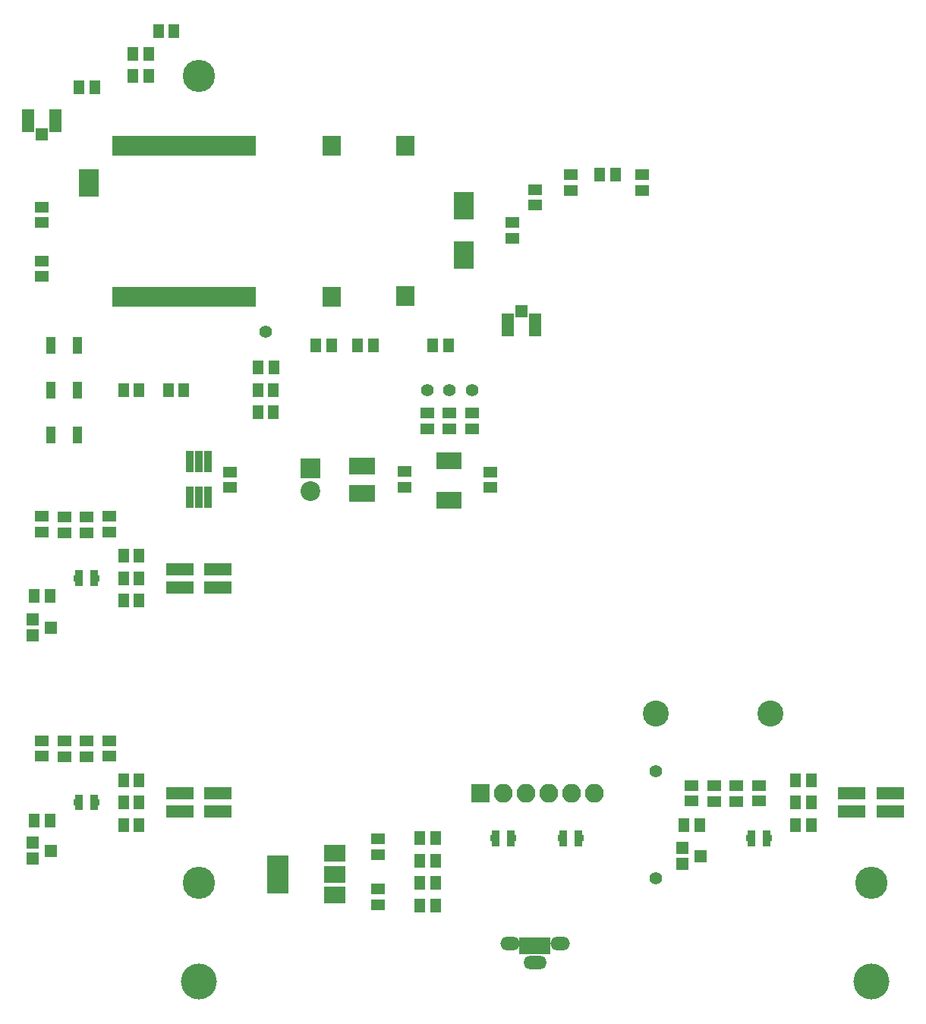
<source format=gbr>
G04 #@! TF.FileFunction,Soldermask,Top*
%FSLAX46Y46*%
G04 Gerber Fmt 4.6, Leading zero omitted, Abs format (unit mm)*
G04 Created by KiCad (PCBNEW 4.0.7-e2-6376~61~ubuntu18.04.1) date Tue Jul  3 09:25:50 2018*
%MOMM*%
%LPD*%
G01*
G04 APERTURE LIST*
%ADD10C,0.100000*%
%ADD11C,2.900000*%
%ADD12R,1.543000X1.200000*%
%ADD13R,1.200000X1.543000*%
%ADD14R,0.900000X0.775000*%
%ADD15R,1.050000X0.700000*%
%ADD16R,3.150000X1.400000*%
%ADD17R,2.100000X2.100000*%
%ADD18O,2.100000X2.100000*%
%ADD19R,1.400000X2.600000*%
%ADD20R,1.400000X1.400000*%
%ADD21C,3.600400*%
%ADD22R,1.314400X1.314400*%
%ADD23R,2.200000X2.200000*%
%ADD24C,2.200000*%
%ADD25R,1.000000X1.900000*%
%ADD26C,1.400000*%
%ADD27R,0.900000X2.400000*%
%ADD28R,2.250000X1.100000*%
%ADD29R,1.100000X2.250000*%
%ADD30R,0.850000X1.850000*%
%ADD31C,4.000000*%
%ADD32R,2.400000X4.200000*%
%ADD33R,2.400000X1.900000*%
%ADD34R,3.000000X1.900000*%
%ADD35R,0.850000X1.900000*%
%ADD36O,2.200000X1.500000*%
%ADD37O,2.600000X1.500000*%
G04 APERTURE END LIST*
D10*
D11*
X168500000Y-106100000D03*
X181300000Y-106100000D03*
D12*
X121000000Y-79150000D03*
X121000000Y-80900000D03*
D13*
X113000000Y-30000000D03*
X114750000Y-30000000D03*
X110150000Y-35000000D03*
X111900000Y-35000000D03*
D12*
X100000000Y-57350000D03*
X100000000Y-55600000D03*
X137500000Y-125650000D03*
X137500000Y-127400000D03*
X137500000Y-121850000D03*
X137500000Y-120100000D03*
X150000000Y-79150000D03*
X150000000Y-80900000D03*
X159000000Y-46000000D03*
X159000000Y-47750000D03*
X167000000Y-46000000D03*
X167000000Y-47750000D03*
D13*
X110850000Y-70000000D03*
X109100000Y-70000000D03*
X142150000Y-122500000D03*
X143900000Y-122500000D03*
X142150000Y-127500000D03*
X143900000Y-127500000D03*
X142150000Y-125000000D03*
X143900000Y-125000000D03*
X125850000Y-72500000D03*
X124100000Y-72500000D03*
D14*
X180850000Y-120537500D03*
X180850000Y-119462500D03*
D15*
X179075000Y-120000000D03*
X180925000Y-120000000D03*
D14*
X179150000Y-119462500D03*
X179150000Y-120537500D03*
X105850000Y-91537500D03*
X105850000Y-90462500D03*
D15*
X104075000Y-91000000D03*
X105925000Y-91000000D03*
D14*
X104150000Y-90462500D03*
X104150000Y-91537500D03*
X152350000Y-120537500D03*
X152350000Y-119462500D03*
D15*
X150575000Y-120000000D03*
X152425000Y-120000000D03*
D14*
X150650000Y-119462500D03*
X150650000Y-120537500D03*
X159850000Y-120537500D03*
X159850000Y-119462500D03*
D15*
X158075000Y-120000000D03*
X159925000Y-120000000D03*
D14*
X158150000Y-119462500D03*
X158150000Y-120537500D03*
X105850000Y-116537500D03*
X105850000Y-115462500D03*
D15*
X104075000Y-116000000D03*
X105925000Y-116000000D03*
D14*
X104150000Y-115462500D03*
X104150000Y-116537500D03*
D16*
X190375000Y-115000000D03*
X194625000Y-115000000D03*
X190375000Y-117000000D03*
X194625000Y-117000000D03*
X115375000Y-90000000D03*
X119625000Y-90000000D03*
X115375000Y-92000000D03*
X119625000Y-92000000D03*
D17*
X148920000Y-115000000D03*
D18*
X151460000Y-115000000D03*
X154000000Y-115000000D03*
X156540000Y-115000000D03*
X159080000Y-115000000D03*
X161620000Y-115000000D03*
D19*
X101500000Y-40000000D03*
X98500000Y-40000000D03*
D20*
X100000000Y-41500000D03*
D19*
X152000000Y-62750000D03*
X155000000Y-62750000D03*
D20*
X153500000Y-61250000D03*
D16*
X115375000Y-115000000D03*
X119625000Y-115000000D03*
X115375000Y-117000000D03*
X119625000Y-117000000D03*
D13*
X185850000Y-116000000D03*
X184100000Y-116000000D03*
X185850000Y-113500000D03*
X184100000Y-113500000D03*
X185850000Y-118500000D03*
X184100000Y-118500000D03*
X110850000Y-91000000D03*
X109100000Y-91000000D03*
X110850000Y-88500000D03*
X109100000Y-88500000D03*
X110850000Y-93500000D03*
X109100000Y-93500000D03*
X110150000Y-32500000D03*
X111900000Y-32500000D03*
X162250000Y-46000000D03*
X164000000Y-46000000D03*
X110850000Y-116000000D03*
X109100000Y-116000000D03*
X110850000Y-113500000D03*
X109100000Y-113500000D03*
X110850000Y-118500000D03*
X109100000Y-118500000D03*
X135250000Y-65000000D03*
X137000000Y-65000000D03*
D21*
X117500000Y-125000000D03*
X192500000Y-125000000D03*
X117500000Y-35000000D03*
D22*
X171484000Y-122889000D03*
X171484000Y-121111000D03*
X173516000Y-122000000D03*
X98984000Y-97389000D03*
X98984000Y-95611000D03*
X101016000Y-96500000D03*
D23*
X130000000Y-78750000D03*
D24*
X130000000Y-81290000D03*
D22*
X98984000Y-122278000D03*
X98984000Y-120500000D03*
X101016000Y-121389000D03*
D12*
X180000000Y-115850000D03*
X180000000Y-114100000D03*
X107500000Y-85850000D03*
X107500000Y-84100000D03*
X172500000Y-115850000D03*
X172500000Y-114100000D03*
X100000000Y-85850000D03*
X100000000Y-84100000D03*
X177500000Y-114150000D03*
X177500000Y-115900000D03*
X175000000Y-114150000D03*
X175000000Y-115900000D03*
X105000000Y-84150000D03*
X105000000Y-85900000D03*
X102500000Y-84150000D03*
X102500000Y-85900000D03*
D13*
X171650000Y-118500000D03*
X173400000Y-118500000D03*
X99150000Y-93000000D03*
X100900000Y-93000000D03*
X115850000Y-70000000D03*
X114100000Y-70000000D03*
X104150000Y-36250000D03*
X105900000Y-36250000D03*
X142150000Y-120000000D03*
X143900000Y-120000000D03*
D12*
X140500000Y-80850000D03*
X140500000Y-79100000D03*
X100000000Y-51350000D03*
X100000000Y-49600000D03*
X152500000Y-53100000D03*
X152500000Y-51350000D03*
X155000000Y-47650000D03*
X155000000Y-49400000D03*
D13*
X145350000Y-65000000D03*
X143600000Y-65000000D03*
X132350000Y-65000000D03*
X130600000Y-65000000D03*
X125850000Y-70000000D03*
X124100000Y-70000000D03*
X124150000Y-67500000D03*
X125900000Y-67500000D03*
D12*
X148000000Y-74350000D03*
X148000000Y-72600000D03*
X145500000Y-74350000D03*
X145500000Y-72600000D03*
X143000000Y-74350000D03*
X143000000Y-72600000D03*
D13*
X99150000Y-118000000D03*
X100900000Y-118000000D03*
D12*
X105000000Y-109150000D03*
X105000000Y-110900000D03*
X102500000Y-109150000D03*
X102500000Y-110900000D03*
X100000000Y-110850000D03*
X100000000Y-109100000D03*
X107500000Y-110850000D03*
X107500000Y-109100000D03*
D25*
X104000000Y-75000000D03*
X101000000Y-75000000D03*
X104000000Y-70000000D03*
X101000000Y-70000000D03*
X104000000Y-65000000D03*
X101000000Y-65000000D03*
D26*
X168500000Y-112500000D03*
X168500000Y-124500000D03*
X145500000Y-70000000D03*
X148000000Y-70000000D03*
X143000000Y-70000000D03*
D27*
X117500000Y-82000000D03*
X118500000Y-82000000D03*
X118500000Y-78000000D03*
X117500000Y-78000000D03*
X116500000Y-78000000D03*
X116500000Y-82000000D03*
D28*
X147075000Y-50437000D03*
X105255000Y-45905000D03*
D29*
X131820000Y-42725000D03*
X141060000Y-59525000D03*
D28*
X147075000Y-48437000D03*
D29*
X141060000Y-42725000D03*
X132820000Y-42725000D03*
X108370000Y-59575000D03*
X123370000Y-42725000D03*
X122370000Y-42725000D03*
X121370000Y-42725000D03*
X120370000Y-42725000D03*
X119370000Y-42725000D03*
X118370000Y-42725000D03*
X117370000Y-42725000D03*
X116370000Y-42725000D03*
X115370000Y-42725000D03*
X114370000Y-42725000D03*
X113370000Y-42725000D03*
X112370000Y-42725000D03*
X111370000Y-42725000D03*
X110370000Y-42725000D03*
X109370000Y-42725000D03*
X108370000Y-42725000D03*
X109370000Y-59575000D03*
X110370000Y-59575000D03*
X111370000Y-59575000D03*
X112370000Y-59575000D03*
X113370000Y-59575000D03*
X114370000Y-59575000D03*
X115370000Y-59575000D03*
X116370000Y-59575000D03*
X117370000Y-59575000D03*
X118370000Y-59575000D03*
X119370000Y-59575000D03*
X120370000Y-59575000D03*
X121370000Y-59575000D03*
X122370000Y-59575000D03*
X123370000Y-59575000D03*
X131820000Y-59575000D03*
X140060000Y-42725000D03*
D28*
X105255000Y-46905000D03*
X105255000Y-47905000D03*
D29*
X140060000Y-59525000D03*
X132820000Y-59575000D03*
D28*
X147075000Y-49437000D03*
X147075000Y-55934000D03*
X147075000Y-54934000D03*
X147075000Y-53934000D03*
D30*
X144453362Y-82258194D03*
X145103362Y-82258194D03*
X145753362Y-82258194D03*
X146403362Y-82258194D03*
X146403362Y-77858194D03*
X145753362Y-77858194D03*
X145103362Y-77858194D03*
X144453362Y-77858194D03*
D31*
X192500000Y-136000000D03*
D26*
X125000000Y-63500000D03*
D32*
X126350000Y-124000000D03*
D33*
X132650000Y-124000000D03*
X132650000Y-121700000D03*
X132650000Y-126300000D03*
D34*
X135750000Y-78500000D03*
X135750000Y-81500000D03*
D31*
X117500000Y-136000000D03*
D35*
X155000000Y-132000000D03*
X155650000Y-132000000D03*
X154350000Y-132000000D03*
X156300000Y-132000000D03*
X153700000Y-132000000D03*
D36*
X152200000Y-131750000D03*
X157800000Y-131750000D03*
D37*
X155000000Y-133900000D03*
M02*

</source>
